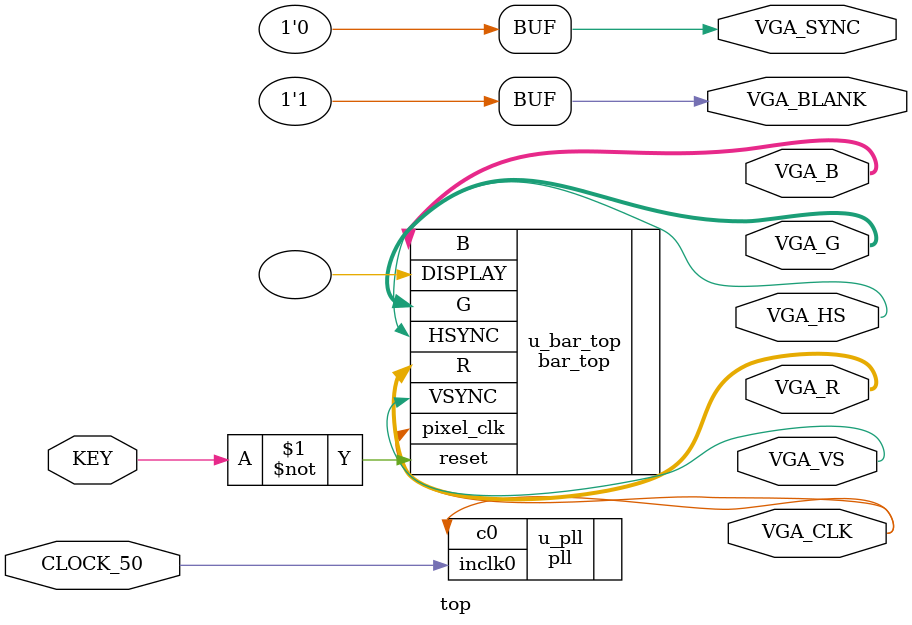
<source format=sv>

module top
(
    input         CLOCK_50,    // 50 MHz

    input         KEY,         // Pushbutton[3:0]

    // VGA
    output        VGA_CLK,     // VGA Clock
    output        VGA_HS,      // VGA H_SYNC
    output        VGA_VS,      // VGA V_SYNC
    output        VGA_BLANK,   // VGA BLANK
    output        VGA_SYNC,    // VGA SYNC
    output [9:0]  VGA_R,       // VGA Red[9:0]
    output [9:0]  VGA_G,       // VGA Green[9:0]
    output [9:0]  VGA_B        // VGA Blue[9:0]
);


assign VGA_BLANK = 1'b1;
assign VGA_SYNC  = 1'b0;

pll
u_pll (
    .inclk0 (CLOCK_50),
	.c0     (VGA_CLK)
);

bar_top
    #(.RGB_WIDTH(10))
u_bar_top
(
    .pixel_clk  (VGA_CLK),
    .reset      (~KEY),     // default is high
    .R          (VGA_R),
    .G          (VGA_G),
    .B          (VGA_B),
    .HSYNC      (VGA_HS),
    .VSYNC      (VGA_VS),
    .DISPLAY    ()
);


endmodule

</source>
